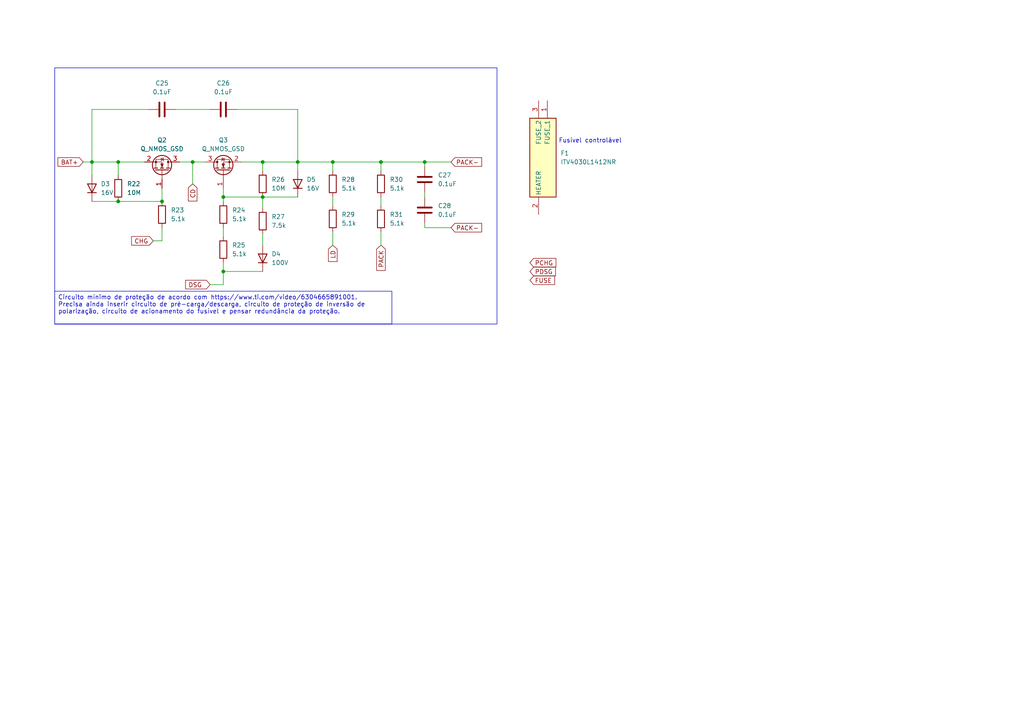
<source format=kicad_sch>
(kicad_sch (version 20231120) (generator "eeschema") (generator_version "8.0")
  (paper "A4")
  (lib_symbols
    (symbol "Device:C" (pin_numbers hide) (pin_names (offset 0.254))
      (property "Reference" "C" (at 0.635 2.54 0))
      (property "Value" "C" (at 0.635 -2.54 0))
      (symbol "C_0_1"
        (polyline (pts (xy -2.032 -0.762) (xy 2.032 -0.762)) (stroke (width 0.508)))
        (polyline (pts (xy -2.032 0.762) (xy 2.032 0.762)) (stroke (width 0.508)))
      )
      (symbol "C_1_1"
        (pin passive line (at 0 3.81 270) (length 2.794) (name "~") (number "1"))
        (pin passive line (at 0 -3.81 90) (length 2.794) (name "~") (number "2"))
      )
    )
    (symbol "Device:D" (pin_numbers hide) (pin_names (offset 1.016) hide)
      (property "Reference" "D" (at 0 2.54 0))
      (property "Value" "D" (at 0 -2.54 0))
      (symbol "D_0_1"
        (polyline (pts (xy -1.27 1.27) (xy -1.27 -1.27)) (stroke (width 0.254)))
        (polyline (pts (xy 1.27 0) (xy -1.27 0)))
        (polyline (pts (xy 1.27 1.27) (xy 1.27 -1.27) (xy -1.27 0) (xy 1.27 1.27)) (stroke (width 0.254)))
      )
      (symbol "D_1_1"
        (pin passive line (at -3.81 0 0) (length 2.54) (name "K") (number "1"))
        (pin passive line (at 3.81 0 180) (length 2.54) (name "A") (number "2"))
      )
    )
    (symbol "Device:Q_NMOS_GSD" (pin_names (offset 0) hide)
      (property "Reference" "Q" (at 5.08 1.27 0))
      (property "Value" "Q_NMOS_GSD" (at 5.08 -1.27 0))
      (symbol "Q_NMOS_GSD_0_1"
        (polyline (pts (xy 0.254 0) (xy -2.54 0)))
        (polyline (pts (xy 0.254 1.905) (xy 0.254 -1.905)) (stroke (width 0.254)))
        (polyline (pts (xy 0.762 -1.27) (xy 0.762 -2.286)) (stroke (width 0.254)))
        (polyline (pts (xy 0.762 0.508) (xy 0.762 -0.508)) (stroke (width 0.254)))
        (polyline (pts (xy 0.762 2.286) (xy 0.762 1.27)) (stroke (width 0.254)))
        (polyline (pts (xy 2.54 2.54) (xy 2.54 1.778)))
        (polyline (pts (xy 2.54 -2.54) (xy 2.54 0) (xy 0.762 0)))
        (polyline (pts (xy 0.762 -1.778) (xy 3.302 -1.778) (xy 3.302 1.778) (xy 0.762 1.778)))
        (polyline (pts (xy 1.016 0) (xy 2.032 0.381) (xy 2.032 -0.381) (xy 1.016 0)) (fill (type outline)))
        (polyline (pts (xy 2.794 0.508) (xy 2.921 0.381) (xy 3.683 0.381) (xy 3.81 0.254)))
        (polyline (pts (xy 3.302 0.381) (xy 2.921 -0.254) (xy 3.683 -0.254) (xy 3.302 0.381)))
        (circle (center 1.651 0) (radius 2.794) (stroke (width 0.254)))
        (circle (center 2.54 -1.778) (radius 0.254) (fill (type outline)))
        (circle (center 2.54 1.778) (radius 0.254) (fill (type outline)))
      )
      (symbol "Q_NMOS_GSD_1_1"
        (pin input line (at -5.08 0 0) (length 2.54) (name "G") (number "1"))
        (pin passive line (at 2.54 -5.08 90) (length 2.54) (name "S") (number "2"))
        (pin passive line (at 2.54 5.08 270) (length 2.54) (name "D") (number "3"))
      )
    )
    (symbol "Device:R" (pin_numbers hide) (pin_names (offset 0))
      (property "Reference" "R" (at 2.032 0 90))
      (property "Value" "R" (at 0 0 90))
      (symbol "R_0_1"
        (rectangle (start -1.016 -2.54) (end 1.016 2.54) (stroke (width 0.254)))
      )
      (symbol "R_1_1"
        (pin passive line (at 0 3.81 270) (length 1.27) (name "~") (number "1"))
        (pin passive line (at 0 -3.81 90) (length 1.27) (name "~") (number "2"))
      )
    )
    (symbol "ITV4030L1412NR:ITV4030L1412NR"
      (property "Reference" "F" (at 29.21 7.62 0))
      (property "Value" "ITV4030L1412NR" (at 29.21 5.08 0))
      (symbol "ITV4030L1412NR_1_1"
        (rectangle (start 5.08 2.54) (end 27.94 -5.08) (stroke (width 0.254)) (fill (type background)))
        (pin passive line (at 33.02 -2.54 180) (length 5.08) (name "FUSE_1") (number "1"))
        (pin passive line (at 0 0 0) (length 5.08) (name "HEATER") (number "2"))
        (pin passive line (at 33.02 0 180) (length 5.08) (name "FUSE_2") (number "3"))
      )
    )
  )
  (junction (at 123.19 46.99))
  (junction (at 76.2 46.99))
  (junction (at 76.2 57.15))
  (junction (at 86.36 46.99))
  (junction (at 34.29 46.99))
  (junction (at 26.67 46.99))
  (junction (at 64.77 57.15))
  (junction (at 55.88 46.99))
  (junction (at 46.99 58.42))
  (junction (at 34.29 58.42))
  (junction (at 64.77 78.74))
  (junction (at 96.52 46.99))
  (junction (at 110.49 46.99))
  (wire (pts (xy 86.36 49.53) (xy 86.36 46.99)))
  (wire (pts (xy 34.29 46.99) (xy 41.91 46.99)))
  (wire (pts (xy 60.96 82.55) (xy 64.77 82.55)))
  (wire (pts (xy 43.18 31.75) (xy 26.67 31.75)))
  (wire (pts (xy 46.99 66.04) (xy 46.99 69.85)))
  (wire (pts (xy 76.2 67.945) (xy 76.2 71.12)))
  (wire (pts (xy 96.52 46.99) (xy 110.49 46.99)))
  (wire (pts (xy 24.13 46.99) (xy 26.67 46.99)))
  (wire (pts (xy 76.2 46.99) (xy 86.36 46.99)))
  (wire (pts (xy 69.85 46.99) (xy 76.2 46.99)))
  (wire (pts (xy 64.77 66.04) (xy 64.77 68.58)))
  (wire (pts (xy 64.77 76.2) (xy 64.77 78.74)))
  (wire (pts (xy 76.2 57.15) (xy 86.36 57.15)))
  (wire (pts (xy 52.07 46.99) (xy 55.88 46.99)))
  (wire (pts (xy 123.19 66.04) (xy 130.81 66.04)))
  (wire (pts (xy 44.45 69.85) (xy 46.99 69.85)))
  (wire (pts (xy 86.36 46.99) (xy 96.52 46.99)))
  (wire (pts (xy 26.67 58.42) (xy 34.29 58.42)))
  (wire (pts (xy 123.19 46.99) (xy 130.81 46.99)))
  (wire (pts (xy 34.29 50.8) (xy 34.29 46.99)))
  (wire (pts (xy 34.29 46.99) (xy 26.67 46.99)))
  (wire (pts (xy 64.77 78.74) (xy 76.2 78.74)))
  (wire (pts (xy 55.88 46.99) (xy 55.88 53.34)))
  (wire (pts (xy 123.19 55.88) (xy 123.19 57.15)))
  (wire (pts (xy 110.49 46.99) (xy 110.49 49.53)))
  (wire (pts (xy 34.29 58.42) (xy 46.99 58.42)))
  (wire (pts (xy 64.77 54.61) (xy 64.77 57.15)))
  (wire (pts (xy 64.77 57.15) (xy 76.2 57.15)))
  (wire (pts (xy 76.2 46.99) (xy 76.2 49.53)))
  (wire (pts (xy 123.19 64.77) (xy 123.19 66.04)))
  (wire (pts (xy 96.52 46.99) (xy 96.52 49.53)))
  (wire (pts (xy 64.77 57.15) (xy 64.77 58.42)))
  (wire (pts (xy 96.52 57.15) (xy 96.52 59.69)))
  (wire (pts (xy 96.52 67.31) (xy 96.52 71.12)))
  (wire (pts (xy 55.88 46.99) (xy 59.69 46.99)))
  (wire (pts (xy 76.2 57.15) (xy 76.2 60.325)))
  (wire (pts (xy 110.49 67.31) (xy 110.49 71.12)))
  (wire (pts (xy 123.19 46.99) (xy 123.19 48.26)))
  (wire (pts (xy 46.99 54.61) (xy 46.99 58.42)))
  (wire (pts (xy 26.67 46.99) (xy 26.67 50.8)))
  (wire (pts (xy 26.67 31.75) (xy 26.67 46.99)))
  (wire (pts (xy 68.58 31.75) (xy 86.36 31.75)))
  (wire (pts (xy 50.8 31.75) (xy 60.96 31.75)))
  (wire (pts (xy 86.36 31.75) (xy 86.36 46.99)))
  (wire (pts (xy 64.77 78.74) (xy 64.77 82.55)))
  (wire (pts (xy 110.49 57.15) (xy 110.49 59.69)))
  (wire (pts (xy 110.49 46.99) (xy 123.19 46.99)))
  (rectangle (start 15.875 19.685) (end 144.145 93.98))
  (text_box "Circuito mínimo de proteção de acordo com https://www.ti.com/video/6304665891001.\nPrecisa ainda inserir circuito de pré-carga/descarga, circuito de proteção de inversão de polarização, circuito de acionamento do fusível e pensar redundância da proteção. " (at 15.875 84.455 0) (size 97.79 9.525) (effects (font (size 1.27 1.27)) (justify left top)))
  (text "Fusível controlável\n" (at 171.196 40.894 0) (effects (font (size 1.27 1.27))))
  (global_label "FUSE" (shape input) (at 153.67 81.28 0) (property "Intersheetrefs" "${INTERSHEET_REFS}" (effects (hide yes))))
  (global_label "CHG" (shape input) (at 44.45 69.85 180) (property "Intersheetrefs" "${INTERSHEET_REFS}" (effects (hide yes))))
  (global_label "PACK" (shape input) (at 110.49 71.12 270) (property "Intersheetrefs" "${INTERSHEET_REFS}" (effects (hide yes))))
  (global_label "PACK-" (shape input) (at 130.81 66.04 0) (property "Intersheetrefs" "${INTERSHEET_REFS}" (effects (hide yes))))
  (global_label "PDSG" (shape input) (at 153.67 78.74 0) (property "Intersheetrefs" "${INTERSHEET_REFS}" (effects (hide yes))))
  (global_label "DSG " (shape input) (at 60.96 82.55 180) (property "Intersheetrefs" "${INTERSHEET_REFS}" (effects (hide yes))))
  (global_label "LD" (shape input) (at 96.52 71.12 270) (property "Intersheetrefs" "${INTERSHEET_REFS}" (effects (hide yes))))
  (global_label "CD" (shape input) (at 55.88 53.34 270) (property "Intersheetrefs" "${INTERSHEET_REFS}" (effects (hide yes))))
  (global_label "BAT+" (shape input) (at 24.13 46.99 180) (property "Intersheetrefs" "${INTERSHEET_REFS}" (effects (hide yes))))
  (global_label "PACK-" (shape input) (at 130.81 46.99 0) (property "Intersheetrefs" "${INTERSHEET_REFS}" (effects (hide yes))))
  (global_label "PCHG" (shape input) (at 153.67 76.2 0) (property "Intersheetrefs" "${INTERSHEET_REFS}" (effects (hide yes))))
  (symbol (lib_id "Device:R") (at 64.77 62.23 0) (unit 1)
    (property "Reference" "R24" (at 67.31 60.9599 0) (effects (justify left)))
    (property "Value" "5.1k" (at 67.31 63.4999 0) (effects (justify left)))
    (property "Description" "Resistor" (effects (hide yes)))
  )
  (symbol (lib_id "Device:C") (at 64.77 31.75 90) (unit 1)
    (property "Reference" "C26" (at 64.77 24.13 90))
    (property "Value" "0.1uF" (at 64.77 26.67 90))
    (property "Description" "Unpolarized capacitor" (effects (hide yes)))
  )
  (symbol (lib_id "Device:C") (at 46.99 31.75 90) (unit 1)
    (property "Reference" "C25" (at 46.99 24.13 90))
    (property "Value" "0.1uF" (at 46.99 26.67 90))
    (property "Description" "Unpolarized capacitor" (effects (hide yes)))
  )
  (symbol (lib_id "Device:C") (at 123.19 60.96 180) (unit 1)
    (property "Reference" "C28" (at 127 59.6899 0) (effects (justify right)))
    (property "Value" "0.1uF" (at 127 62.2299 0) (effects (justify right)))
    (property "Description" "Unpolarized capacitor" (effects (hide yes)))
  )
  (symbol (lib_id "Device:Q_NMOS_GSD") (at 64.77 49.53 90) (unit 1)
    (property "Reference" "Q3" (at 64.77 40.64 90))
    (property "Value" "Q_NMOS_GSD" (at 64.77 43.18 90))
    (property "Description" "N-MOSFET transistor, gate/source/drain" (effects (hide yes)))
  )
  (symbol (lib_id "Device:R") (at 64.77 72.39 0) (unit 1)
    (property "Reference" "R25" (at 67.31 71.1199 0) (effects (justify left)))
    (property "Value" "5.1k" (at 67.31 73.6599 0) (effects (justify left)))
    (property "Description" "Resistor" (effects (hide yes)))
  )
  (symbol (lib_id "Device:R") (at 96.52 53.34 0) (unit 1)
    (property "Reference" "R28" (at 99.06 52.0699 0) (effects (justify left)))
    (property "Value" "5.1k" (at 99.06 54.6099 0) (effects (justify left)))
    (property "Description" "Resistor" (effects (hide yes)))
  )
  (symbol (lib_id "ITV4030L1412NR:ITV4030L1412NR") (at 156.21 62.23 90) (unit 1)
    (property "Reference" "F1" (at 162.56 44.4499 90) (effects (justify right)))
    (property "Value" "ITV4030L1412NR" (at 162.56 46.9899 90) (effects (justify right)))
    (property "Footprint" "ITV4030L1412NR" (effects (hide yes)))
    (property "Datasheet" "https://www.littelfuse.com/media?resourcetype=datasheets&itemid=395a7ef1-7753-4b9f-ab36-cd3d0ea00512&filename=littelfuse-itv4030-12a-15a-datasheet" (effects (hide yes)))
    (property "Description" "12A 36 VDC Fuse Board Mount Surface Mount " (effects (hide yes)))
    (property "Height" "0.9" (effects (hide yes)))
    (property "Mouser Part Number" "650-ITV4030L1412NR" (effects (hide yes)))
    (property "Mouser Price/Stock" "https://www.mouser.co.uk/ProductDetail/Littelfuse/ITV4030L1412NR?qs=vHuUswq2%252BszP1yrzBS5z%2Fg%3D%3D" (effects (hide yes)))
    (property "Manufacturer_Name" "LITTELFUSE" (effects (hide yes)))
    (property "Manufacturer_Part_Number" "ITV4030L1412NR" (effects (hide yes)))
  )
  (symbol (lib_id "Device:Q_NMOS_GSD") (at 46.99 49.53 270) (mirror x) (unit 1)
    (property "Reference" "Q2" (at 46.99 40.64 90))
    (property "Value" "Q_NMOS_GSD" (at 46.99 43.18 90))
    (property "Description" "N-MOSFET transistor, gate/source/drain" (effects (hide yes)))
  )
  (symbol (lib_id "Device:D") (at 86.36 53.34 90) (unit 1)
    (property "Reference" "D5" (at 88.9 52.0699 90) (effects (justify right)))
    (property "Value" "16V" (at 88.9 54.6099 90) (effects (justify right)))
    (property "Description" "Diode" (effects (hide yes)))
    (property "Sim.Device" "D" (effects (hide yes)))
    (property "Sim.Pins" "1=K 2=A" (effects (hide yes)))
  )
  (symbol (lib_id "Device:D") (at 26.67 54.61 90) (unit 1)
    (property "Reference" "D3" (at 29.21 53.3399 90) (effects (justify right)))
    (property "Value" "16V" (at 29.21 55.8799 90) (effects (justify right)))
    (property "Description" "Diode" (effects (hide yes)))
    (property "Sim.Device" "D" (effects (hide yes)))
    (property "Sim.Pins" "1=K 2=A" (effects (hide yes)))
  )
  (symbol (lib_id "Device:R") (at 110.49 63.5 0) (unit 1)
    (property "Reference" "R31" (at 113.03 62.2299 0) (effects (justify left)))
    (property "Value" "5.1k" (at 113.03 64.7699 0) (effects (justify left)))
    (property "Description" "Resistor" (effects (hide yes)))
  )
  (symbol (lib_id "Device:R") (at 76.2 53.34 0) (unit 1)
    (property "Reference" "R26" (at 78.74 52.0699 0) (effects (justify left)))
    (property "Value" "10M" (at 78.74 54.6099 0) (effects (justify left)))
    (property "Description" "Resistor" (effects (hide yes)))
  )
  (symbol (lib_id "Device:C") (at 123.19 52.07 180) (unit 1)
    (property "Reference" "C27" (at 127 50.7999 0) (effects (justify right)))
    (property "Value" "0.1uF" (at 127 53.3399 0) (effects (justify right)))
    (property "Description" "Unpolarized capacitor" (effects (hide yes)))
  )
  (symbol (lib_id "Device:R") (at 110.49 53.34 0) (unit 1)
    (property "Reference" "R30" (at 113.03 52.0699 0) (effects (justify left)))
    (property "Value" "5.1k" (at 113.03 54.6099 0) (effects (justify left)))
    (property "Description" "Resistor" (effects (hide yes)))
  )
  (symbol (lib_id "Device:R") (at 46.99 62.23 0) (unit 1)
    (property "Reference" "R23" (at 49.53 60.9599 0) (effects (justify left)))
    (property "Value" "5.1k" (at 49.53 63.4999 0) (effects (justify left)))
    (property "Description" "Resistor" (effects (hide yes)))
  )
  (symbol (lib_id "Device:D") (at 76.2 74.93 90) (unit 1)
    (property "Reference" "D4" (at 78.74 73.6599 90) (effects (justify right)))
    (property "Value" "100V" (at 78.74 76.1999 90) (effects (justify right)))
    (property "Description" "Diode" (effects (hide yes)))
    (property "Sim.Device" "D" (effects (hide yes)))
    (property "Sim.Pins" "1=K 2=A" (effects (hide yes)))
  )
  (symbol (lib_id "Device:R") (at 34.29 54.61 0) (unit 1)
    (property "Reference" "R22" (at 36.83 53.3399 0) (effects (justify left)))
    (property "Value" "10M" (at 36.83 55.8799 0) (effects (justify left)))
    (property "Description" "Resistor" (effects (hide yes)))
  )
  (symbol (lib_id "Device:R") (at 96.52 63.5 0) (unit 1)
    (property "Reference" "R29" (at 99.06 62.2299 0) (effects (justify left)))
    (property "Value" "5.1k" (at 99.06 64.7699 0) (effects (justify left)))
    (property "Description" "Resistor" (effects (hide yes)))
  )
  (symbol (lib_id "Device:R") (at 76.2 64.135 0) (unit 1)
    (property "Reference" "R27" (at 78.74 62.8649 0) (effects (justify left)))
    (property "Value" "7.5k" (at 78.74 65.4049 0) (effects (justify left)))
    (property "Description" "Resistor" (effects (hide yes)))
  )
)
</source>
